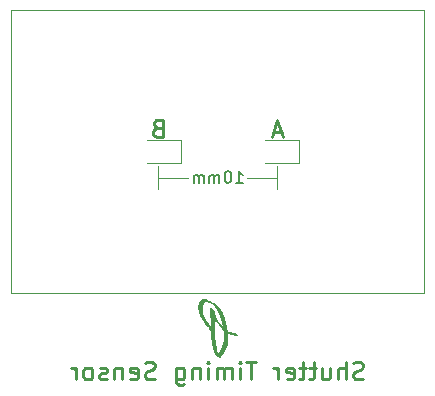
<source format=gbr>
%TF.GenerationSoftware,KiCad,Pcbnew,(6.0.2)*%
%TF.CreationDate,2022-03-01T12:56:46-05:00*%
%TF.ProjectId,shutter_tester,73687574-7465-4725-9f74-65737465722e,A*%
%TF.SameCoordinates,PX717cbc0PY57bcf00*%
%TF.FileFunction,Legend,Bot*%
%TF.FilePolarity,Positive*%
%FSLAX46Y46*%
G04 Gerber Fmt 4.6, Leading zero omitted, Abs format (unit mm)*
G04 Created by KiCad (PCBNEW (6.0.2)) date 2022-03-01 12:56:46*
%MOMM*%
%LPD*%
G01*
G04 APERTURE LIST*
%ADD10C,0.120000*%
%ADD11C,0.150000*%
%ADD12C,0.214286*%
%ADD13C,0.010000*%
G04 APERTURE END LIST*
D10*
X32500000Y-23200000D02*
X32500000Y-25200000D01*
X45000000Y-34000000D02*
X10000000Y-34000000D01*
X22450000Y-24200000D02*
X24950000Y-24200000D01*
X22450000Y-23200000D02*
X22450000Y-25200000D01*
X10000000Y-10000000D02*
X45000000Y-10000000D01*
X10000000Y-34000000D02*
X10000000Y-10000000D01*
X45000000Y-10000000D02*
X45000000Y-34000000D01*
X32500000Y-24200000D02*
X30000000Y-24200000D01*
D11*
X29023809Y-24652380D02*
X29595238Y-24652380D01*
X29309523Y-24652380D02*
X29309523Y-23652380D01*
X29404761Y-23795238D01*
X29500000Y-23890476D01*
X29595238Y-23938095D01*
X28404761Y-23652380D02*
X28309523Y-23652380D01*
X28214285Y-23700000D01*
X28166666Y-23747619D01*
X28119047Y-23842857D01*
X28071428Y-24033333D01*
X28071428Y-24271428D01*
X28119047Y-24461904D01*
X28166666Y-24557142D01*
X28214285Y-24604761D01*
X28309523Y-24652380D01*
X28404761Y-24652380D01*
X28500000Y-24604761D01*
X28547619Y-24557142D01*
X28595238Y-24461904D01*
X28642857Y-24271428D01*
X28642857Y-24033333D01*
X28595238Y-23842857D01*
X28547619Y-23747619D01*
X28500000Y-23700000D01*
X28404761Y-23652380D01*
X27642857Y-24652380D02*
X27642857Y-23985714D01*
X27642857Y-24080952D02*
X27595238Y-24033333D01*
X27500000Y-23985714D01*
X27357142Y-23985714D01*
X27261904Y-24033333D01*
X27214285Y-24128571D01*
X27214285Y-24652380D01*
X27214285Y-24128571D02*
X27166666Y-24033333D01*
X27071428Y-23985714D01*
X26928571Y-23985714D01*
X26833333Y-24033333D01*
X26785714Y-24128571D01*
X26785714Y-24652380D01*
X26309523Y-24652380D02*
X26309523Y-23985714D01*
X26309523Y-24080952D02*
X26261904Y-24033333D01*
X26166666Y-23985714D01*
X26023809Y-23985714D01*
X25928571Y-24033333D01*
X25880952Y-24128571D01*
X25880952Y-24652380D01*
X25880952Y-24128571D02*
X25833333Y-24033333D01*
X25738095Y-23985714D01*
X25595238Y-23985714D01*
X25500000Y-24033333D01*
X25452380Y-24128571D01*
X25452380Y-24652380D01*
D12*
X32907142Y-20350000D02*
X32192857Y-20350000D01*
X33050000Y-20778571D02*
X32550000Y-19278571D01*
X32050000Y-20778571D01*
X39821428Y-41207142D02*
X39607142Y-41278571D01*
X39250000Y-41278571D01*
X39107142Y-41207142D01*
X39035714Y-41135714D01*
X38964285Y-40992857D01*
X38964285Y-40850000D01*
X39035714Y-40707142D01*
X39107142Y-40635714D01*
X39250000Y-40564285D01*
X39535714Y-40492857D01*
X39678571Y-40421428D01*
X39750000Y-40350000D01*
X39821428Y-40207142D01*
X39821428Y-40064285D01*
X39750000Y-39921428D01*
X39678571Y-39850000D01*
X39535714Y-39778571D01*
X39178571Y-39778571D01*
X38964285Y-39850000D01*
X38321428Y-41278571D02*
X38321428Y-39778571D01*
X37678571Y-41278571D02*
X37678571Y-40492857D01*
X37750000Y-40350000D01*
X37892857Y-40278571D01*
X38107142Y-40278571D01*
X38250000Y-40350000D01*
X38321428Y-40421428D01*
X36321428Y-40278571D02*
X36321428Y-41278571D01*
X36964285Y-40278571D02*
X36964285Y-41064285D01*
X36892857Y-41207142D01*
X36750000Y-41278571D01*
X36535714Y-41278571D01*
X36392857Y-41207142D01*
X36321428Y-41135714D01*
X35821428Y-40278571D02*
X35250000Y-40278571D01*
X35607142Y-39778571D02*
X35607142Y-41064285D01*
X35535714Y-41207142D01*
X35392857Y-41278571D01*
X35250000Y-41278571D01*
X34964285Y-40278571D02*
X34392857Y-40278571D01*
X34750000Y-39778571D02*
X34750000Y-41064285D01*
X34678571Y-41207142D01*
X34535714Y-41278571D01*
X34392857Y-41278571D01*
X33321428Y-41207142D02*
X33464285Y-41278571D01*
X33750000Y-41278571D01*
X33892857Y-41207142D01*
X33964285Y-41064285D01*
X33964285Y-40492857D01*
X33892857Y-40350000D01*
X33750000Y-40278571D01*
X33464285Y-40278571D01*
X33321428Y-40350000D01*
X33250000Y-40492857D01*
X33250000Y-40635714D01*
X33964285Y-40778571D01*
X32607142Y-41278571D02*
X32607142Y-40278571D01*
X32607142Y-40564285D02*
X32535714Y-40421428D01*
X32464285Y-40350000D01*
X32321428Y-40278571D01*
X32178571Y-40278571D01*
X30750000Y-39778571D02*
X29892857Y-39778571D01*
X30321428Y-41278571D02*
X30321428Y-39778571D01*
X29392857Y-41278571D02*
X29392857Y-40278571D01*
X29392857Y-39778571D02*
X29464285Y-39850000D01*
X29392857Y-39921428D01*
X29321428Y-39850000D01*
X29392857Y-39778571D01*
X29392857Y-39921428D01*
X28678571Y-41278571D02*
X28678571Y-40278571D01*
X28678571Y-40421428D02*
X28607142Y-40350000D01*
X28464285Y-40278571D01*
X28250000Y-40278571D01*
X28107142Y-40350000D01*
X28035714Y-40492857D01*
X28035714Y-41278571D01*
X28035714Y-40492857D02*
X27964285Y-40350000D01*
X27821428Y-40278571D01*
X27607142Y-40278571D01*
X27464285Y-40350000D01*
X27392857Y-40492857D01*
X27392857Y-41278571D01*
X26678571Y-41278571D02*
X26678571Y-40278571D01*
X26678571Y-39778571D02*
X26750000Y-39850000D01*
X26678571Y-39921428D01*
X26607142Y-39850000D01*
X26678571Y-39778571D01*
X26678571Y-39921428D01*
X25964285Y-40278571D02*
X25964285Y-41278571D01*
X25964285Y-40421428D02*
X25892857Y-40350000D01*
X25750000Y-40278571D01*
X25535714Y-40278571D01*
X25392857Y-40350000D01*
X25321428Y-40492857D01*
X25321428Y-41278571D01*
X23964285Y-40278571D02*
X23964285Y-41492857D01*
X24035714Y-41635714D01*
X24107142Y-41707142D01*
X24250000Y-41778571D01*
X24464285Y-41778571D01*
X24607142Y-41707142D01*
X23964285Y-41207142D02*
X24107142Y-41278571D01*
X24392857Y-41278571D01*
X24535714Y-41207142D01*
X24607142Y-41135714D01*
X24678571Y-40992857D01*
X24678571Y-40564285D01*
X24607142Y-40421428D01*
X24535714Y-40350000D01*
X24392857Y-40278571D01*
X24107142Y-40278571D01*
X23964285Y-40350000D01*
X22178571Y-41207142D02*
X21964285Y-41278571D01*
X21607142Y-41278571D01*
X21464285Y-41207142D01*
X21392857Y-41135714D01*
X21321428Y-40992857D01*
X21321428Y-40850000D01*
X21392857Y-40707142D01*
X21464285Y-40635714D01*
X21607142Y-40564285D01*
X21892857Y-40492857D01*
X22035714Y-40421428D01*
X22107142Y-40350000D01*
X22178571Y-40207142D01*
X22178571Y-40064285D01*
X22107142Y-39921428D01*
X22035714Y-39850000D01*
X21892857Y-39778571D01*
X21535714Y-39778571D01*
X21321428Y-39850000D01*
X20107142Y-41207142D02*
X20250000Y-41278571D01*
X20535714Y-41278571D01*
X20678571Y-41207142D01*
X20750000Y-41064285D01*
X20750000Y-40492857D01*
X20678571Y-40350000D01*
X20535714Y-40278571D01*
X20250000Y-40278571D01*
X20107142Y-40350000D01*
X20035714Y-40492857D01*
X20035714Y-40635714D01*
X20750000Y-40778571D01*
X19392857Y-40278571D02*
X19392857Y-41278571D01*
X19392857Y-40421428D02*
X19321428Y-40350000D01*
X19178571Y-40278571D01*
X18964285Y-40278571D01*
X18821428Y-40350000D01*
X18750000Y-40492857D01*
X18750000Y-41278571D01*
X18107142Y-41207142D02*
X17964285Y-41278571D01*
X17678571Y-41278571D01*
X17535714Y-41207142D01*
X17464285Y-41064285D01*
X17464285Y-40992857D01*
X17535714Y-40850000D01*
X17678571Y-40778571D01*
X17892857Y-40778571D01*
X18035714Y-40707142D01*
X18107142Y-40564285D01*
X18107142Y-40492857D01*
X18035714Y-40350000D01*
X17892857Y-40278571D01*
X17678571Y-40278571D01*
X17535714Y-40350000D01*
X16607142Y-41278571D02*
X16750000Y-41207142D01*
X16821428Y-41135714D01*
X16892857Y-40992857D01*
X16892857Y-40564285D01*
X16821428Y-40421428D01*
X16750000Y-40350000D01*
X16607142Y-40278571D01*
X16392857Y-40278571D01*
X16250000Y-40350000D01*
X16178571Y-40421428D01*
X16107142Y-40564285D01*
X16107142Y-40992857D01*
X16178571Y-41135714D01*
X16250000Y-41207142D01*
X16392857Y-41278571D01*
X16607142Y-41278571D01*
X15464285Y-41278571D02*
X15464285Y-40278571D01*
X15464285Y-40564285D02*
X15392857Y-40421428D01*
X15321428Y-40350000D01*
X15178571Y-40278571D01*
X15035714Y-40278571D01*
X22392857Y-19992857D02*
X22178571Y-20064285D01*
X22107142Y-20135714D01*
X22035714Y-20278571D01*
X22035714Y-20492857D01*
X22107142Y-20635714D01*
X22178571Y-20707142D01*
X22321428Y-20778571D01*
X22892857Y-20778571D01*
X22892857Y-19278571D01*
X22392857Y-19278571D01*
X22250000Y-19350000D01*
X22178571Y-19421428D01*
X22107142Y-19564285D01*
X22107142Y-19707142D01*
X22178571Y-19850000D01*
X22250000Y-19921428D01*
X22392857Y-19992857D01*
X22892857Y-19992857D01*
D10*
%TO.C,D1*%
X21500000Y-21040000D02*
X24360000Y-21040000D01*
X24360000Y-22960000D02*
X21500000Y-22960000D01*
X24360000Y-21040000D02*
X24360000Y-22960000D01*
%TO.C,D2*%
X34360000Y-22960000D02*
X31500000Y-22960000D01*
X34360000Y-21040000D02*
X34360000Y-22960000D01*
X31500000Y-21040000D02*
X34360000Y-21040000D01*
D13*
%TO.C,G\u002A\u002A\u002A*%
X26215170Y-34443537D02*
X26164430Y-34476217D01*
X26164430Y-34476217D02*
X26108603Y-34525686D01*
X26108603Y-34525686D02*
X26052245Y-34587866D01*
X26052245Y-34587866D02*
X25999913Y-34658681D01*
X25999913Y-34658681D02*
X25995973Y-34664695D01*
X25995973Y-34664695D02*
X25931319Y-34782547D01*
X25931319Y-34782547D02*
X25886921Y-34907839D01*
X25886921Y-34907839D02*
X25860943Y-35046836D01*
X25860943Y-35046836D02*
X25852827Y-35153276D01*
X25852827Y-35153276D02*
X25854266Y-35295675D01*
X25854266Y-35295675D02*
X25870945Y-35435299D01*
X25870945Y-35435299D02*
X25904170Y-35577258D01*
X25904170Y-35577258D02*
X25955247Y-35726663D01*
X25955247Y-35726663D02*
X26025479Y-35888625D01*
X26025479Y-35888625D02*
X26057445Y-35954492D01*
X26057445Y-35954492D02*
X26136674Y-36104232D01*
X26136674Y-36104232D02*
X26219350Y-36239970D01*
X26219350Y-36239970D02*
X26310562Y-36368841D01*
X26310562Y-36368841D02*
X26415398Y-36497983D01*
X26415398Y-36497983D02*
X26538947Y-36634532D01*
X26538947Y-36634532D02*
X26552528Y-36648870D01*
X26552528Y-36648870D02*
X26620957Y-36724105D01*
X26620957Y-36724105D02*
X26676019Y-36793486D01*
X26676019Y-36793486D02*
X26724316Y-36866507D01*
X26724316Y-36866507D02*
X26772448Y-36952660D01*
X26772448Y-36952660D02*
X26796805Y-37000221D01*
X26796805Y-37000221D02*
X26825858Y-37055208D01*
X26825858Y-37055208D02*
X26852790Y-37101136D01*
X26852790Y-37101136D02*
X26873533Y-37131280D01*
X26873533Y-37131280D02*
X26880389Y-37138388D01*
X26880389Y-37138388D02*
X26889751Y-37151046D01*
X26889751Y-37151046D02*
X26897225Y-37176315D01*
X26897225Y-37176315D02*
X26903385Y-37218157D01*
X26903385Y-37218157D02*
X26908806Y-37280539D01*
X26908806Y-37280539D02*
X26914060Y-37367425D01*
X26914060Y-37367425D02*
X26914370Y-37373277D01*
X26914370Y-37373277D02*
X26920404Y-37457071D01*
X26920404Y-37457071D02*
X26930351Y-37560507D01*
X26930351Y-37560507D02*
X26943236Y-37674943D01*
X26943236Y-37674943D02*
X26958080Y-37791740D01*
X26958080Y-37791740D02*
X26973907Y-37902258D01*
X26973907Y-37902258D02*
X26975032Y-37909573D01*
X26975032Y-37909573D02*
X26990579Y-38011172D01*
X26990579Y-38011172D02*
X27005704Y-38111892D01*
X27005704Y-38111892D02*
X27019457Y-38205270D01*
X27019457Y-38205270D02*
X27030888Y-38284842D01*
X27030888Y-38284842D02*
X27039048Y-38344143D01*
X27039048Y-38344143D02*
X27040468Y-38355055D01*
X27040468Y-38355055D02*
X27056383Y-38455616D01*
X27056383Y-38455616D02*
X27079269Y-38567709D01*
X27079269Y-38567709D02*
X27107267Y-38684438D01*
X27107267Y-38684438D02*
X27138519Y-38798909D01*
X27138519Y-38798909D02*
X27171164Y-38904224D01*
X27171164Y-38904224D02*
X27203345Y-38993489D01*
X27203345Y-38993489D02*
X27227441Y-39048582D01*
X27227441Y-39048582D02*
X27264351Y-39117296D01*
X27264351Y-39117296D02*
X27300219Y-39168465D01*
X27300219Y-39168465D02*
X27342510Y-39211957D01*
X27342510Y-39211957D02*
X27366546Y-39232402D01*
X27366546Y-39232402D02*
X27412547Y-39268331D01*
X27412547Y-39268331D02*
X27455179Y-39299016D01*
X27455179Y-39299016D02*
X27484922Y-39317646D01*
X27484922Y-39317646D02*
X27537994Y-39337481D01*
X27537994Y-39337481D02*
X27594208Y-39346814D01*
X27594208Y-39346814D02*
X27641283Y-39343940D01*
X27641283Y-39343940D02*
X27651088Y-39340743D01*
X27651088Y-39340743D02*
X27678139Y-39322115D01*
X27678139Y-39322115D02*
X27717511Y-39286071D01*
X27717511Y-39286071D02*
X27764190Y-39238073D01*
X27764190Y-39238073D02*
X27813165Y-39183582D01*
X27813165Y-39183582D02*
X27859421Y-39128056D01*
X27859421Y-39128056D02*
X27897947Y-39076958D01*
X27897947Y-39076958D02*
X27910822Y-39057811D01*
X27910822Y-39057811D02*
X27933569Y-39018779D01*
X27933569Y-39018779D02*
X27965053Y-38959963D01*
X27965053Y-38959963D02*
X28002032Y-38887659D01*
X28002032Y-38887659D02*
X28041264Y-38808166D01*
X28041264Y-38808166D02*
X28066669Y-38755131D01*
X28066669Y-38755131D02*
X28141995Y-38583476D01*
X28141995Y-38583476D02*
X28198992Y-38423788D01*
X28198992Y-38423788D02*
X28239945Y-38268063D01*
X28239945Y-38268063D02*
X28267139Y-38108297D01*
X28267139Y-38108297D02*
X28276749Y-38019322D01*
X28276749Y-38019322D02*
X28281601Y-37942707D01*
X28281601Y-37942707D02*
X28284428Y-37849699D01*
X28284428Y-37849699D02*
X28285330Y-37746936D01*
X28285330Y-37746936D02*
X28284410Y-37641052D01*
X28284410Y-37641052D02*
X28281770Y-37538685D01*
X28281770Y-37538685D02*
X28278653Y-37471210D01*
X28278653Y-37471210D02*
X28013624Y-37471210D01*
X28013624Y-37471210D02*
X28013593Y-37591250D01*
X28013593Y-37591250D02*
X28011998Y-37696441D01*
X28011998Y-37696441D02*
X28009646Y-37804648D01*
X28009646Y-37804648D02*
X28007058Y-37889646D01*
X28007058Y-37889646D02*
X28003681Y-37956922D01*
X28003681Y-37956922D02*
X27998962Y-38011966D01*
X27998962Y-38011966D02*
X27992346Y-38060266D01*
X27992346Y-38060266D02*
X27983281Y-38107311D01*
X27983281Y-38107311D02*
X27971214Y-38158589D01*
X27971214Y-38158589D02*
X27961593Y-38196421D01*
X27961593Y-38196421D02*
X27935186Y-38283197D01*
X27935186Y-38283197D02*
X27897187Y-38387218D01*
X27897187Y-38387218D02*
X27850829Y-38501154D01*
X27850829Y-38501154D02*
X27799342Y-38617675D01*
X27799342Y-38617675D02*
X27745960Y-38729450D01*
X27745960Y-38729450D02*
X27693914Y-38829149D01*
X27693914Y-38829149D02*
X27648946Y-38905540D01*
X27648946Y-38905540D02*
X27613015Y-38957465D01*
X27613015Y-38957465D02*
X27573543Y-39007799D01*
X27573543Y-39007799D02*
X27534899Y-39051749D01*
X27534899Y-39051749D02*
X27501454Y-39084523D01*
X27501454Y-39084523D02*
X27477580Y-39101326D01*
X27477580Y-39101326D02*
X27469888Y-39101896D01*
X27469888Y-39101896D02*
X27460353Y-39085462D01*
X27460353Y-39085462D02*
X27445693Y-39048295D01*
X27445693Y-39048295D02*
X27428535Y-38997299D01*
X27428535Y-38997299D02*
X27422142Y-38976511D01*
X27422142Y-38976511D02*
X27384250Y-38841132D01*
X27384250Y-38841132D02*
X27351783Y-38704034D01*
X27351783Y-38704034D02*
X27322918Y-38556644D01*
X27322918Y-38556644D02*
X27295833Y-38390389D01*
X27295833Y-38390389D02*
X27291891Y-38363839D01*
X27291891Y-38363839D02*
X27276681Y-38260155D01*
X27276681Y-38260155D02*
X27259243Y-38141089D01*
X27259243Y-38141089D02*
X27241482Y-38019659D01*
X27241482Y-38019659D02*
X27225303Y-37908884D01*
X27225303Y-37908884D02*
X27221527Y-37882994D01*
X27221527Y-37882994D02*
X27202551Y-37737259D01*
X27202551Y-37737259D02*
X27187059Y-37582747D01*
X27187059Y-37582747D02*
X27174874Y-37416039D01*
X27174874Y-37416039D02*
X27165817Y-37233712D01*
X27165817Y-37233712D02*
X27159712Y-37032346D01*
X27159712Y-37032346D02*
X27156381Y-36808519D01*
X27156381Y-36808519D02*
X27155593Y-36612723D01*
X27155593Y-36612723D02*
X27155593Y-36132643D01*
X27155593Y-36132643D02*
X27208585Y-36211378D01*
X27208585Y-36211378D02*
X27237638Y-36249436D01*
X27237638Y-36249436D02*
X27283589Y-36303432D01*
X27283589Y-36303432D02*
X27342693Y-36369366D01*
X27342693Y-36369366D02*
X27411204Y-36443240D01*
X27411204Y-36443240D02*
X27485375Y-36521053D01*
X27485375Y-36521053D02*
X27561461Y-36598806D01*
X27561461Y-36598806D02*
X27635714Y-36672500D01*
X27635714Y-36672500D02*
X27684271Y-36719220D01*
X27684271Y-36719220D02*
X27725722Y-36761249D01*
X27725722Y-36761249D02*
X27777355Y-36817619D01*
X27777355Y-36817619D02*
X27831716Y-36880034D01*
X27831716Y-36880034D02*
X27868995Y-36924837D01*
X27868995Y-36924837D02*
X27977076Y-37057846D01*
X27977076Y-37057846D02*
X27997818Y-37212115D01*
X27997818Y-37212115D02*
X28005880Y-37286526D01*
X28005880Y-37286526D02*
X28011101Y-37371263D01*
X28011101Y-37371263D02*
X28013624Y-37471210D01*
X28013624Y-37471210D02*
X28278653Y-37471210D01*
X28278653Y-37471210D02*
X28277510Y-37446472D01*
X28277510Y-37446472D02*
X28271732Y-37371047D01*
X28271732Y-37371047D02*
X28266160Y-37327688D01*
X28266160Y-37327688D02*
X28257059Y-37274642D01*
X28257059Y-37274642D02*
X28405902Y-37337595D01*
X28405902Y-37337595D02*
X28483824Y-37368825D01*
X28483824Y-37368825D02*
X28569294Y-37400342D01*
X28569294Y-37400342D02*
X28648970Y-37427326D01*
X28648970Y-37427326D02*
X28683898Y-37438029D01*
X28683898Y-37438029D02*
X28747507Y-37454706D01*
X28747507Y-37454706D02*
X28821436Y-37471310D01*
X28821436Y-37471310D02*
X28899242Y-37486714D01*
X28899242Y-37486714D02*
X28974485Y-37499794D01*
X28974485Y-37499794D02*
X29040723Y-37509425D01*
X29040723Y-37509425D02*
X29091513Y-37514481D01*
X29091513Y-37514481D02*
X29119281Y-37514083D01*
X29119281Y-37514083D02*
X29120063Y-37505019D01*
X29120063Y-37505019D02*
X29101343Y-37484990D01*
X29101343Y-37484990D02*
X29068315Y-37457647D01*
X29068315Y-37457647D02*
X29026173Y-37426646D01*
X29026173Y-37426646D02*
X28980114Y-37395639D01*
X28980114Y-37395639D02*
X28935331Y-37368281D01*
X28935331Y-37368281D02*
X28897019Y-37348224D01*
X28897019Y-37348224D02*
X28870555Y-37339147D01*
X28870555Y-37339147D02*
X28714282Y-37315981D01*
X28714282Y-37315981D02*
X28577785Y-37290582D01*
X28577785Y-37290582D02*
X28462876Y-37263430D01*
X28462876Y-37263430D02*
X28371368Y-37235011D01*
X28371368Y-37235011D02*
X28305074Y-37205805D01*
X28305074Y-37205805D02*
X28267813Y-37178553D01*
X28267813Y-37178553D02*
X28253225Y-37157923D01*
X28253225Y-37157923D02*
X28240609Y-37127353D01*
X28240609Y-37127353D02*
X28228627Y-37081958D01*
X28228627Y-37081958D02*
X28215944Y-37016858D01*
X28215944Y-37016858D02*
X28204273Y-36946549D01*
X28204273Y-36946549D02*
X28178738Y-36806723D01*
X28178738Y-36806723D02*
X27931947Y-36806723D01*
X27931947Y-36806723D02*
X27729476Y-36601377D01*
X27729476Y-36601377D02*
X27627296Y-36494654D01*
X27627296Y-36494654D02*
X27543578Y-36399480D01*
X27543578Y-36399480D02*
X27473991Y-36309969D01*
X27473991Y-36309969D02*
X27414199Y-36220235D01*
X27414199Y-36220235D02*
X27359870Y-36124392D01*
X27359870Y-36124392D02*
X27320674Y-36046158D01*
X27320674Y-36046158D02*
X27287390Y-35968448D01*
X27287390Y-35968448D02*
X27251580Y-35870726D01*
X27251580Y-35870726D02*
X27215842Y-35761219D01*
X27215842Y-35761219D02*
X27182775Y-35648155D01*
X27182775Y-35648155D02*
X27154980Y-35539759D01*
X27154980Y-35539759D02*
X27141897Y-35480301D01*
X27141897Y-35480301D02*
X27126242Y-35419152D01*
X27126242Y-35419152D02*
X27107922Y-35382540D01*
X27107922Y-35382540D02*
X27084355Y-35366301D01*
X27084355Y-35366301D02*
X27070114Y-35364520D01*
X27070114Y-35364520D02*
X27046504Y-35356650D01*
X27046504Y-35356650D02*
X27008229Y-35336021D01*
X27008229Y-35336021D02*
X26963606Y-35307119D01*
X26963606Y-35307119D02*
X26920506Y-35278409D01*
X26920506Y-35278409D02*
X26885565Y-35257824D01*
X26885565Y-35257824D02*
X26866196Y-35249722D01*
X26866196Y-35249722D02*
X26865983Y-35249717D01*
X26865983Y-35249717D02*
X26861515Y-35263413D01*
X26861515Y-35263413D02*
X26858759Y-35301993D01*
X26858759Y-35301993D02*
X26857627Y-35361697D01*
X26857627Y-35361697D02*
X26858031Y-35438767D01*
X26858031Y-35438767D02*
X26859882Y-35529443D01*
X26859882Y-35529443D02*
X26863093Y-35629964D01*
X26863093Y-35629964D02*
X26867576Y-35736572D01*
X26867576Y-35736572D02*
X26873242Y-35845506D01*
X26873242Y-35845506D02*
X26880004Y-35953007D01*
X26880004Y-35953007D02*
X26883621Y-36003107D01*
X26883621Y-36003107D02*
X26887169Y-36062484D01*
X26887169Y-36062484D02*
X26890212Y-36137481D01*
X26890212Y-36137481D02*
X26892724Y-36223835D01*
X26892724Y-36223835D02*
X26894674Y-36317280D01*
X26894674Y-36317280D02*
X26896037Y-36413552D01*
X26896037Y-36413552D02*
X26896782Y-36508387D01*
X26896782Y-36508387D02*
X26896883Y-36597521D01*
X26896883Y-36597521D02*
X26896310Y-36676688D01*
X26896310Y-36676688D02*
X26895036Y-36741626D01*
X26895036Y-36741626D02*
X26893032Y-36788068D01*
X26893032Y-36788068D02*
X26890271Y-36811751D01*
X26890271Y-36811751D02*
X26888980Y-36813898D01*
X26888980Y-36813898D02*
X26875289Y-36804458D01*
X26875289Y-36804458D02*
X26848243Y-36779970D01*
X26848243Y-36779970D02*
X26820816Y-36752910D01*
X26820816Y-36752910D02*
X26731843Y-36657716D01*
X26731843Y-36657716D02*
X26641076Y-36552624D01*
X26641076Y-36552624D02*
X26557442Y-36448221D01*
X26557442Y-36448221D02*
X26509789Y-36383858D01*
X26509789Y-36383858D02*
X26450426Y-36292545D01*
X26450426Y-36292545D02*
X26387233Y-36182095D01*
X26387233Y-36182095D02*
X26324412Y-36060923D01*
X26324412Y-36060923D02*
X26266162Y-35937449D01*
X26266162Y-35937449D02*
X26216681Y-35820088D01*
X26216681Y-35820088D02*
X26185371Y-35733625D01*
X26185371Y-35733625D02*
X26163388Y-35663835D01*
X26163388Y-35663835D02*
X26148143Y-35606786D01*
X26148143Y-35606786D02*
X26138121Y-35553295D01*
X26138121Y-35553295D02*
X26131804Y-35494180D01*
X26131804Y-35494180D02*
X26127678Y-35420259D01*
X26127678Y-35420259D02*
X26125917Y-35373601D01*
X26125917Y-35373601D02*
X26124425Y-35258873D01*
X26124425Y-35258873D02*
X26129784Y-35164116D01*
X26129784Y-35164116D02*
X26143501Y-35081102D01*
X26143501Y-35081102D02*
X26167082Y-35001603D01*
X26167082Y-35001603D02*
X26202033Y-34917391D01*
X26202033Y-34917391D02*
X26214180Y-34891602D01*
X26214180Y-34891602D02*
X26249950Y-34828856D01*
X26249950Y-34828856D02*
X26296205Y-34764189D01*
X26296205Y-34764189D02*
X26347338Y-34704060D01*
X26347338Y-34704060D02*
X26397745Y-34654929D01*
X26397745Y-34654929D02*
X26441820Y-34623253D01*
X26441820Y-34623253D02*
X26450744Y-34619003D01*
X26450744Y-34619003D02*
X26471412Y-34613501D01*
X26471412Y-34613501D02*
X26497094Y-34613586D01*
X26497094Y-34613586D02*
X26530783Y-34620339D01*
X26530783Y-34620339D02*
X26575471Y-34634842D01*
X26575471Y-34634842D02*
X26634151Y-34658176D01*
X26634151Y-34658176D02*
X26709815Y-34691422D01*
X26709815Y-34691422D02*
X26805455Y-34735661D01*
X26805455Y-34735661D02*
X26907530Y-34784072D01*
X26907530Y-34784072D02*
X27000838Y-34829843D01*
X27000838Y-34829843D02*
X27072794Y-34868271D01*
X27072794Y-34868271D02*
X27128734Y-34902579D01*
X27128734Y-34902579D02*
X27173989Y-34935988D01*
X27173989Y-34935988D02*
X27206576Y-34964697D01*
X27206576Y-34964697D02*
X27298013Y-35065650D01*
X27298013Y-35065650D02*
X27387694Y-35193259D01*
X27387694Y-35193259D02*
X27474468Y-35345490D01*
X27474468Y-35345490D02*
X27557186Y-35520304D01*
X27557186Y-35520304D02*
X27634696Y-35715664D01*
X27634696Y-35715664D02*
X27641743Y-35735208D01*
X27641743Y-35735208D02*
X27679826Y-35845967D01*
X27679826Y-35845967D02*
X27719485Y-35968919D01*
X27719485Y-35968919D02*
X27759324Y-36099058D01*
X27759324Y-36099058D02*
X27797945Y-36231380D01*
X27797945Y-36231380D02*
X27833952Y-36360877D01*
X27833952Y-36360877D02*
X27865947Y-36482545D01*
X27865947Y-36482545D02*
X27892533Y-36591377D01*
X27892533Y-36591377D02*
X27912314Y-36682368D01*
X27912314Y-36682368D02*
X27922762Y-36742147D01*
X27922762Y-36742147D02*
X27931947Y-36806723D01*
X27931947Y-36806723D02*
X28178738Y-36806723D01*
X28178738Y-36806723D02*
X28176178Y-36792709D01*
X28176178Y-36792709D02*
X28138897Y-36623937D01*
X28138897Y-36623937D02*
X28094109Y-36445805D01*
X28094109Y-36445805D02*
X28043492Y-36263881D01*
X28043492Y-36263881D02*
X27988723Y-36083738D01*
X27988723Y-36083738D02*
X27931481Y-35910944D01*
X27931481Y-35910944D02*
X27873443Y-35751070D01*
X27873443Y-35751070D02*
X27816287Y-35609687D01*
X27816287Y-35609687D02*
X27773091Y-35515198D01*
X27773091Y-35515198D02*
X27696458Y-35368634D01*
X27696458Y-35368634D02*
X27620221Y-35245627D01*
X27620221Y-35245627D02*
X27540236Y-35141394D01*
X27540236Y-35141394D02*
X27452358Y-35051153D01*
X27452358Y-35051153D02*
X27352444Y-34970122D01*
X27352444Y-34970122D02*
X27236347Y-34893518D01*
X27236347Y-34893518D02*
X27232109Y-34890960D01*
X27232109Y-34890960D02*
X27137237Y-34835725D01*
X27137237Y-34835725D02*
X27032814Y-34778171D01*
X27032814Y-34778171D02*
X26922398Y-34719974D01*
X26922398Y-34719974D02*
X26809548Y-34662809D01*
X26809548Y-34662809D02*
X26697824Y-34608351D01*
X26697824Y-34608351D02*
X26590785Y-34558275D01*
X26590785Y-34558275D02*
X26491990Y-34514257D01*
X26491990Y-34514257D02*
X26405000Y-34477970D01*
X26405000Y-34477970D02*
X26333373Y-34451091D01*
X26333373Y-34451091D02*
X26280668Y-34435294D01*
X26280668Y-34435294D02*
X26256270Y-34431723D01*
X26256270Y-34431723D02*
X26215170Y-34443537D01*
X26215170Y-34443537D02*
X26215170Y-34443537D01*
G36*
X28284410Y-37641052D02*
G01*
X28285330Y-37746936D01*
X28284428Y-37849699D01*
X28281601Y-37942707D01*
X28276749Y-38019322D01*
X28267139Y-38108297D01*
X28239945Y-38268063D01*
X28198992Y-38423788D01*
X28141995Y-38583476D01*
X28066669Y-38755131D01*
X28041264Y-38808166D01*
X28002032Y-38887659D01*
X27965053Y-38959963D01*
X27933569Y-39018779D01*
X27910822Y-39057811D01*
X27897947Y-39076958D01*
X27859421Y-39128056D01*
X27813165Y-39183582D01*
X27764190Y-39238073D01*
X27717511Y-39286071D01*
X27678139Y-39322115D01*
X27651088Y-39340743D01*
X27641283Y-39343940D01*
X27594208Y-39346814D01*
X27537994Y-39337481D01*
X27484922Y-39317646D01*
X27455179Y-39299016D01*
X27412547Y-39268331D01*
X27366546Y-39232402D01*
X27342510Y-39211957D01*
X27300219Y-39168465D01*
X27264351Y-39117296D01*
X27227441Y-39048582D01*
X27203345Y-38993489D01*
X27171164Y-38904224D01*
X27138519Y-38798909D01*
X27107267Y-38684438D01*
X27079269Y-38567709D01*
X27056383Y-38455616D01*
X27040468Y-38355055D01*
X27039048Y-38344143D01*
X27030888Y-38284842D01*
X27019457Y-38205270D01*
X27005704Y-38111892D01*
X26990579Y-38011172D01*
X26975032Y-37909573D01*
X26973907Y-37902258D01*
X26958080Y-37791740D01*
X26943236Y-37674943D01*
X26930351Y-37560507D01*
X26920404Y-37457071D01*
X26914370Y-37373277D01*
X26914060Y-37367425D01*
X26908806Y-37280539D01*
X26903385Y-37218157D01*
X26897225Y-37176315D01*
X26889751Y-37151046D01*
X26880389Y-37138388D01*
X26873533Y-37131280D01*
X26852790Y-37101136D01*
X26825858Y-37055208D01*
X26796805Y-37000221D01*
X26772448Y-36952660D01*
X26724316Y-36866507D01*
X26676019Y-36793486D01*
X26620957Y-36724105D01*
X26552528Y-36648870D01*
X26538947Y-36634532D01*
X26415398Y-36497983D01*
X26310562Y-36368841D01*
X26219350Y-36239970D01*
X26136674Y-36104232D01*
X26057445Y-35954492D01*
X26025479Y-35888625D01*
X25955247Y-35726663D01*
X25904170Y-35577258D01*
X25870945Y-35435299D01*
X25854266Y-35295675D01*
X25853894Y-35258873D01*
X26124425Y-35258873D01*
X26125917Y-35373601D01*
X26127678Y-35420259D01*
X26131804Y-35494180D01*
X26138121Y-35553295D01*
X26148143Y-35606786D01*
X26163388Y-35663835D01*
X26185371Y-35733625D01*
X26216681Y-35820088D01*
X26266162Y-35937449D01*
X26324412Y-36060923D01*
X26387233Y-36182095D01*
X26450426Y-36292545D01*
X26509789Y-36383858D01*
X26557442Y-36448221D01*
X26641076Y-36552624D01*
X26731843Y-36657716D01*
X26820816Y-36752910D01*
X26848243Y-36779970D01*
X26875289Y-36804458D01*
X26888980Y-36813898D01*
X26890271Y-36811751D01*
X26893032Y-36788068D01*
X26895036Y-36741626D01*
X26896310Y-36676688D01*
X26896773Y-36612723D01*
X27155593Y-36612723D01*
X27156381Y-36808519D01*
X27159712Y-37032346D01*
X27165817Y-37233712D01*
X27174874Y-37416039D01*
X27187059Y-37582747D01*
X27202551Y-37737259D01*
X27221527Y-37882994D01*
X27225303Y-37908884D01*
X27241482Y-38019659D01*
X27259243Y-38141089D01*
X27276681Y-38260155D01*
X27291891Y-38363839D01*
X27295833Y-38390389D01*
X27322918Y-38556644D01*
X27351783Y-38704034D01*
X27384250Y-38841132D01*
X27422142Y-38976511D01*
X27428535Y-38997299D01*
X27445693Y-39048295D01*
X27460353Y-39085462D01*
X27469888Y-39101896D01*
X27477580Y-39101326D01*
X27501454Y-39084523D01*
X27534899Y-39051749D01*
X27573543Y-39007799D01*
X27613015Y-38957465D01*
X27648946Y-38905540D01*
X27693914Y-38829149D01*
X27745960Y-38729450D01*
X27799342Y-38617675D01*
X27850829Y-38501154D01*
X27897187Y-38387218D01*
X27935186Y-38283197D01*
X27961593Y-38196421D01*
X27971214Y-38158589D01*
X27983281Y-38107311D01*
X27992346Y-38060266D01*
X27998962Y-38011966D01*
X28003681Y-37956922D01*
X28007058Y-37889646D01*
X28009646Y-37804648D01*
X28011998Y-37696441D01*
X28013593Y-37591250D01*
X28013624Y-37471210D01*
X28011101Y-37371263D01*
X28005880Y-37286526D01*
X27997818Y-37212115D01*
X27977076Y-37057846D01*
X27868995Y-36924837D01*
X27831716Y-36880034D01*
X27777355Y-36817619D01*
X27725722Y-36761249D01*
X27684271Y-36719220D01*
X27635714Y-36672500D01*
X27561461Y-36598806D01*
X27485375Y-36521053D01*
X27411204Y-36443240D01*
X27342693Y-36369366D01*
X27283589Y-36303432D01*
X27237638Y-36249436D01*
X27208585Y-36211378D01*
X27155593Y-36132643D01*
X27155593Y-36612723D01*
X26896773Y-36612723D01*
X26896883Y-36597521D01*
X26896782Y-36508387D01*
X26896037Y-36413552D01*
X26894674Y-36317280D01*
X26892724Y-36223835D01*
X26890212Y-36137481D01*
X26887169Y-36062484D01*
X26883621Y-36003107D01*
X26880004Y-35953007D01*
X26873242Y-35845506D01*
X26867576Y-35736572D01*
X26863093Y-35629964D01*
X26859882Y-35529443D01*
X26858031Y-35438767D01*
X26857627Y-35361697D01*
X26858759Y-35301993D01*
X26861515Y-35263413D01*
X26865983Y-35249717D01*
X26866196Y-35249722D01*
X26885565Y-35257824D01*
X26920506Y-35278409D01*
X26963606Y-35307119D01*
X27008229Y-35336021D01*
X27046504Y-35356650D01*
X27070114Y-35364520D01*
X27084355Y-35366301D01*
X27107922Y-35382540D01*
X27126242Y-35419152D01*
X27141897Y-35480301D01*
X27154980Y-35539759D01*
X27182775Y-35648155D01*
X27215842Y-35761219D01*
X27251580Y-35870726D01*
X27287390Y-35968448D01*
X27320674Y-36046158D01*
X27359870Y-36124392D01*
X27414199Y-36220235D01*
X27473991Y-36309969D01*
X27543578Y-36399480D01*
X27627296Y-36494654D01*
X27729476Y-36601377D01*
X27931947Y-36806723D01*
X27922762Y-36742147D01*
X27912314Y-36682368D01*
X27892533Y-36591377D01*
X27865947Y-36482545D01*
X27833952Y-36360877D01*
X27797945Y-36231380D01*
X27759324Y-36099058D01*
X27719485Y-35968919D01*
X27679826Y-35845967D01*
X27641743Y-35735208D01*
X27634696Y-35715664D01*
X27557186Y-35520304D01*
X27474468Y-35345490D01*
X27387694Y-35193259D01*
X27298013Y-35065650D01*
X27206576Y-34964697D01*
X27173989Y-34935988D01*
X27128734Y-34902579D01*
X27072794Y-34868271D01*
X27000838Y-34829843D01*
X26907530Y-34784072D01*
X26805455Y-34735661D01*
X26709815Y-34691422D01*
X26634151Y-34658176D01*
X26575471Y-34634842D01*
X26530783Y-34620339D01*
X26497094Y-34613586D01*
X26471412Y-34613501D01*
X26450744Y-34619003D01*
X26441820Y-34623253D01*
X26397745Y-34654929D01*
X26347338Y-34704060D01*
X26296205Y-34764189D01*
X26249950Y-34828856D01*
X26214180Y-34891602D01*
X26202033Y-34917391D01*
X26167082Y-35001603D01*
X26143501Y-35081102D01*
X26129784Y-35164116D01*
X26124425Y-35258873D01*
X25853894Y-35258873D01*
X25852827Y-35153276D01*
X25860943Y-35046836D01*
X25886921Y-34907839D01*
X25931319Y-34782547D01*
X25995973Y-34664695D01*
X25999913Y-34658681D01*
X26052245Y-34587866D01*
X26108603Y-34525686D01*
X26164430Y-34476217D01*
X26215170Y-34443537D01*
X26256270Y-34431723D01*
X26280668Y-34435294D01*
X26333373Y-34451091D01*
X26405000Y-34477970D01*
X26491990Y-34514257D01*
X26590785Y-34558275D01*
X26697824Y-34608351D01*
X26809548Y-34662809D01*
X26922398Y-34719974D01*
X27032814Y-34778171D01*
X27137237Y-34835725D01*
X27232109Y-34890960D01*
X27236347Y-34893518D01*
X27352444Y-34970122D01*
X27452358Y-35051153D01*
X27540236Y-35141394D01*
X27620221Y-35245627D01*
X27696458Y-35368634D01*
X27773091Y-35515198D01*
X27816287Y-35609687D01*
X27873443Y-35751070D01*
X27931481Y-35910944D01*
X27988723Y-36083738D01*
X28043492Y-36263881D01*
X28094109Y-36445805D01*
X28138897Y-36623937D01*
X28176178Y-36792709D01*
X28178738Y-36806723D01*
X28204273Y-36946549D01*
X28215944Y-37016858D01*
X28228627Y-37081958D01*
X28240609Y-37127353D01*
X28253225Y-37157923D01*
X28267813Y-37178553D01*
X28305074Y-37205805D01*
X28371368Y-37235011D01*
X28462876Y-37263430D01*
X28577785Y-37290582D01*
X28714282Y-37315981D01*
X28870555Y-37339147D01*
X28897019Y-37348224D01*
X28935331Y-37368281D01*
X28980114Y-37395639D01*
X29026173Y-37426646D01*
X29068315Y-37457647D01*
X29101343Y-37484990D01*
X29120063Y-37505019D01*
X29119281Y-37514083D01*
X29091513Y-37514481D01*
X29040723Y-37509425D01*
X28974485Y-37499794D01*
X28899242Y-37486714D01*
X28821436Y-37471310D01*
X28747507Y-37454706D01*
X28683898Y-37438029D01*
X28648970Y-37427326D01*
X28569294Y-37400342D01*
X28483824Y-37368825D01*
X28405902Y-37337595D01*
X28257059Y-37274642D01*
X28266160Y-37327688D01*
X28271732Y-37371047D01*
X28277510Y-37446472D01*
X28278653Y-37471210D01*
X28281770Y-37538685D01*
X28284410Y-37641052D01*
G37*
X28284410Y-37641052D02*
X28285330Y-37746936D01*
X28284428Y-37849699D01*
X28281601Y-37942707D01*
X28276749Y-38019322D01*
X28267139Y-38108297D01*
X28239945Y-38268063D01*
X28198992Y-38423788D01*
X28141995Y-38583476D01*
X28066669Y-38755131D01*
X28041264Y-38808166D01*
X28002032Y-38887659D01*
X27965053Y-38959963D01*
X27933569Y-39018779D01*
X27910822Y-39057811D01*
X27897947Y-39076958D01*
X27859421Y-39128056D01*
X27813165Y-39183582D01*
X27764190Y-39238073D01*
X27717511Y-39286071D01*
X27678139Y-39322115D01*
X27651088Y-39340743D01*
X27641283Y-39343940D01*
X27594208Y-39346814D01*
X27537994Y-39337481D01*
X27484922Y-39317646D01*
X27455179Y-39299016D01*
X27412547Y-39268331D01*
X27366546Y-39232402D01*
X27342510Y-39211957D01*
X27300219Y-39168465D01*
X27264351Y-39117296D01*
X27227441Y-39048582D01*
X27203345Y-38993489D01*
X27171164Y-38904224D01*
X27138519Y-38798909D01*
X27107267Y-38684438D01*
X27079269Y-38567709D01*
X27056383Y-38455616D01*
X27040468Y-38355055D01*
X27039048Y-38344143D01*
X27030888Y-38284842D01*
X27019457Y-38205270D01*
X27005704Y-38111892D01*
X26990579Y-38011172D01*
X26975032Y-37909573D01*
X26973907Y-37902258D01*
X26958080Y-37791740D01*
X26943236Y-37674943D01*
X26930351Y-37560507D01*
X26920404Y-37457071D01*
X26914370Y-37373277D01*
X26914060Y-37367425D01*
X26908806Y-37280539D01*
X26903385Y-37218157D01*
X26897225Y-37176315D01*
X26889751Y-37151046D01*
X26880389Y-37138388D01*
X26873533Y-37131280D01*
X26852790Y-37101136D01*
X26825858Y-37055208D01*
X26796805Y-37000221D01*
X26772448Y-36952660D01*
X26724316Y-36866507D01*
X26676019Y-36793486D01*
X26620957Y-36724105D01*
X26552528Y-36648870D01*
X26538947Y-36634532D01*
X26415398Y-36497983D01*
X26310562Y-36368841D01*
X26219350Y-36239970D01*
X26136674Y-36104232D01*
X26057445Y-35954492D01*
X26025479Y-35888625D01*
X25955247Y-35726663D01*
X25904170Y-35577258D01*
X25870945Y-35435299D01*
X25854266Y-35295675D01*
X25853894Y-35258873D01*
X26124425Y-35258873D01*
X26125917Y-35373601D01*
X26127678Y-35420259D01*
X26131804Y-35494180D01*
X26138121Y-35553295D01*
X26148143Y-35606786D01*
X26163388Y-35663835D01*
X26185371Y-35733625D01*
X26216681Y-35820088D01*
X26266162Y-35937449D01*
X26324412Y-36060923D01*
X26387233Y-36182095D01*
X26450426Y-36292545D01*
X26509789Y-36383858D01*
X26557442Y-36448221D01*
X26641076Y-36552624D01*
X26731843Y-36657716D01*
X26820816Y-36752910D01*
X26848243Y-36779970D01*
X26875289Y-36804458D01*
X26888980Y-36813898D01*
X26890271Y-36811751D01*
X26893032Y-36788068D01*
X26895036Y-36741626D01*
X26896310Y-36676688D01*
X26896773Y-36612723D01*
X27155593Y-36612723D01*
X27156381Y-36808519D01*
X27159712Y-37032346D01*
X27165817Y-37233712D01*
X27174874Y-37416039D01*
X27187059Y-37582747D01*
X27202551Y-37737259D01*
X27221527Y-37882994D01*
X27225303Y-37908884D01*
X27241482Y-38019659D01*
X27259243Y-38141089D01*
X27276681Y-38260155D01*
X27291891Y-38363839D01*
X27295833Y-38390389D01*
X27322918Y-38556644D01*
X27351783Y-38704034D01*
X27384250Y-38841132D01*
X27422142Y-38976511D01*
X27428535Y-38997299D01*
X27445693Y-39048295D01*
X27460353Y-39085462D01*
X27469888Y-39101896D01*
X27477580Y-39101326D01*
X27501454Y-39084523D01*
X27534899Y-39051749D01*
X27573543Y-39007799D01*
X27613015Y-38957465D01*
X27648946Y-38905540D01*
X27693914Y-38829149D01*
X27745960Y-38729450D01*
X27799342Y-38617675D01*
X27850829Y-38501154D01*
X27897187Y-38387218D01*
X27935186Y-38283197D01*
X27961593Y-38196421D01*
X27971214Y-38158589D01*
X27983281Y-38107311D01*
X27992346Y-38060266D01*
X27998962Y-38011966D01*
X28003681Y-37956922D01*
X28007058Y-37889646D01*
X28009646Y-37804648D01*
X28011998Y-37696441D01*
X28013593Y-37591250D01*
X28013624Y-37471210D01*
X28011101Y-37371263D01*
X28005880Y-37286526D01*
X27997818Y-37212115D01*
X27977076Y-37057846D01*
X27868995Y-36924837D01*
X27831716Y-36880034D01*
X27777355Y-36817619D01*
X27725722Y-36761249D01*
X27684271Y-36719220D01*
X27635714Y-36672500D01*
X27561461Y-36598806D01*
X27485375Y-36521053D01*
X27411204Y-36443240D01*
X27342693Y-36369366D01*
X27283589Y-36303432D01*
X27237638Y-36249436D01*
X27208585Y-36211378D01*
X27155593Y-36132643D01*
X27155593Y-36612723D01*
X26896773Y-36612723D01*
X26896883Y-36597521D01*
X26896782Y-36508387D01*
X26896037Y-36413552D01*
X26894674Y-36317280D01*
X26892724Y-36223835D01*
X26890212Y-36137481D01*
X26887169Y-36062484D01*
X26883621Y-36003107D01*
X26880004Y-35953007D01*
X26873242Y-35845506D01*
X26867576Y-35736572D01*
X26863093Y-35629964D01*
X26859882Y-35529443D01*
X26858031Y-35438767D01*
X26857627Y-35361697D01*
X26858759Y-35301993D01*
X26861515Y-35263413D01*
X26865983Y-35249717D01*
X26866196Y-35249722D01*
X26885565Y-35257824D01*
X26920506Y-35278409D01*
X26963606Y-35307119D01*
X27008229Y-35336021D01*
X27046504Y-35356650D01*
X27070114Y-35364520D01*
X27084355Y-35366301D01*
X27107922Y-35382540D01*
X27126242Y-35419152D01*
X27141897Y-35480301D01*
X27154980Y-35539759D01*
X27182775Y-35648155D01*
X27215842Y-35761219D01*
X27251580Y-35870726D01*
X27287390Y-35968448D01*
X27320674Y-36046158D01*
X27359870Y-36124392D01*
X27414199Y-36220235D01*
X27473991Y-36309969D01*
X27543578Y-36399480D01*
X27627296Y-36494654D01*
X27729476Y-36601377D01*
X27931947Y-36806723D01*
X27922762Y-36742147D01*
X27912314Y-36682368D01*
X27892533Y-36591377D01*
X27865947Y-36482545D01*
X27833952Y-36360877D01*
X27797945Y-36231380D01*
X27759324Y-36099058D01*
X27719485Y-35968919D01*
X27679826Y-35845967D01*
X27641743Y-35735208D01*
X27634696Y-35715664D01*
X27557186Y-35520304D01*
X27474468Y-35345490D01*
X27387694Y-35193259D01*
X27298013Y-35065650D01*
X27206576Y-34964697D01*
X27173989Y-34935988D01*
X27128734Y-34902579D01*
X27072794Y-34868271D01*
X27000838Y-34829843D01*
X26907530Y-34784072D01*
X26805455Y-34735661D01*
X26709815Y-34691422D01*
X26634151Y-34658176D01*
X26575471Y-34634842D01*
X26530783Y-34620339D01*
X26497094Y-34613586D01*
X26471412Y-34613501D01*
X26450744Y-34619003D01*
X26441820Y-34623253D01*
X26397745Y-34654929D01*
X26347338Y-34704060D01*
X26296205Y-34764189D01*
X26249950Y-34828856D01*
X26214180Y-34891602D01*
X26202033Y-34917391D01*
X26167082Y-35001603D01*
X26143501Y-35081102D01*
X26129784Y-35164116D01*
X26124425Y-35258873D01*
X25853894Y-35258873D01*
X25852827Y-35153276D01*
X25860943Y-35046836D01*
X25886921Y-34907839D01*
X25931319Y-34782547D01*
X25995973Y-34664695D01*
X25999913Y-34658681D01*
X26052245Y-34587866D01*
X26108603Y-34525686D01*
X26164430Y-34476217D01*
X26215170Y-34443537D01*
X26256270Y-34431723D01*
X26280668Y-34435294D01*
X26333373Y-34451091D01*
X26405000Y-34477970D01*
X26491990Y-34514257D01*
X26590785Y-34558275D01*
X26697824Y-34608351D01*
X26809548Y-34662809D01*
X26922398Y-34719974D01*
X27032814Y-34778171D01*
X27137237Y-34835725D01*
X27232109Y-34890960D01*
X27236347Y-34893518D01*
X27352444Y-34970122D01*
X27452358Y-35051153D01*
X27540236Y-35141394D01*
X27620221Y-35245627D01*
X27696458Y-35368634D01*
X27773091Y-35515198D01*
X27816287Y-35609687D01*
X27873443Y-35751070D01*
X27931481Y-35910944D01*
X27988723Y-36083738D01*
X28043492Y-36263881D01*
X28094109Y-36445805D01*
X28138897Y-36623937D01*
X28176178Y-36792709D01*
X28178738Y-36806723D01*
X28204273Y-36946549D01*
X28215944Y-37016858D01*
X28228627Y-37081958D01*
X28240609Y-37127353D01*
X28253225Y-37157923D01*
X28267813Y-37178553D01*
X28305074Y-37205805D01*
X28371368Y-37235011D01*
X28462876Y-37263430D01*
X28577785Y-37290582D01*
X28714282Y-37315981D01*
X28870555Y-37339147D01*
X28897019Y-37348224D01*
X28935331Y-37368281D01*
X28980114Y-37395639D01*
X29026173Y-37426646D01*
X29068315Y-37457647D01*
X29101343Y-37484990D01*
X29120063Y-37505019D01*
X29119281Y-37514083D01*
X29091513Y-37514481D01*
X29040723Y-37509425D01*
X28974485Y-37499794D01*
X28899242Y-37486714D01*
X28821436Y-37471310D01*
X28747507Y-37454706D01*
X28683898Y-37438029D01*
X28648970Y-37427326D01*
X28569294Y-37400342D01*
X28483824Y-37368825D01*
X28405902Y-37337595D01*
X28257059Y-37274642D01*
X28266160Y-37327688D01*
X28271732Y-37371047D01*
X28277510Y-37446472D01*
X28278653Y-37471210D01*
X28281770Y-37538685D01*
X28284410Y-37641052D01*
%TD*%
M02*

</source>
